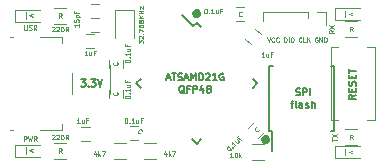
<source format=gbr>
G04 #@! TF.FileFunction,Legend,Top*
%FSLAX46Y46*%
G04 Gerber Fmt 4.6, Leading zero omitted, Abs format (unit mm)*
G04 Created by KiCad (PCBNEW 4.0.7) date 2017 December 25, Monday 22:32:58*
%MOMM*%
%LPD*%
G01*
G04 APERTURE LIST*
%ADD10C,0.100000*%
%ADD11C,0.150000*%
%ADD12C,0.200000*%
%ADD13C,0.095250*%
%ADD14C,0.120000*%
G04 APERTURE END LIST*
D10*
D11*
X124590285Y-104192429D02*
X124961714Y-104192429D01*
X124761714Y-104421000D01*
X124847428Y-104421000D01*
X124904571Y-104449571D01*
X124933142Y-104478143D01*
X124961714Y-104535286D01*
X124961714Y-104678143D01*
X124933142Y-104735286D01*
X124904571Y-104763857D01*
X124847428Y-104792429D01*
X124676000Y-104792429D01*
X124618857Y-104763857D01*
X124590285Y-104735286D01*
X125218857Y-104735286D02*
X125247429Y-104763857D01*
X125218857Y-104792429D01*
X125190286Y-104763857D01*
X125218857Y-104735286D01*
X125218857Y-104792429D01*
X125447428Y-104192429D02*
X125818857Y-104192429D01*
X125618857Y-104421000D01*
X125704571Y-104421000D01*
X125761714Y-104449571D01*
X125790285Y-104478143D01*
X125818857Y-104535286D01*
X125818857Y-104678143D01*
X125790285Y-104735286D01*
X125761714Y-104763857D01*
X125704571Y-104792429D01*
X125533143Y-104792429D01*
X125476000Y-104763857D01*
X125447428Y-104735286D01*
X125990286Y-104192429D02*
X126190286Y-104792429D01*
X126390286Y-104192429D01*
X142768715Y-105508857D02*
X142854429Y-105537429D01*
X142997286Y-105537429D01*
X143054429Y-105508857D01*
X143083000Y-105480286D01*
X143111572Y-105423143D01*
X143111572Y-105366000D01*
X143083000Y-105308857D01*
X143054429Y-105280286D01*
X142997286Y-105251714D01*
X142883000Y-105223143D01*
X142825858Y-105194571D01*
X142797286Y-105166000D01*
X142768715Y-105108857D01*
X142768715Y-105051714D01*
X142797286Y-104994571D01*
X142825858Y-104966000D01*
X142883000Y-104937429D01*
X143025858Y-104937429D01*
X143111572Y-104966000D01*
X143368715Y-105537429D02*
X143368715Y-104937429D01*
X143597287Y-104937429D01*
X143654429Y-104966000D01*
X143683001Y-104994571D01*
X143711572Y-105051714D01*
X143711572Y-105137429D01*
X143683001Y-105194571D01*
X143654429Y-105223143D01*
X143597287Y-105251714D01*
X143368715Y-105251714D01*
X143968715Y-105537429D02*
X143968715Y-104937429D01*
X142325858Y-106187429D02*
X142554429Y-106187429D01*
X142411572Y-106587429D02*
X142411572Y-106073143D01*
X142440144Y-106016000D01*
X142497286Y-105987429D01*
X142554429Y-105987429D01*
X142840143Y-106587429D02*
X142783001Y-106558857D01*
X142754429Y-106501714D01*
X142754429Y-105987429D01*
X143325858Y-106587429D02*
X143325858Y-106273143D01*
X143297287Y-106216000D01*
X143240144Y-106187429D01*
X143125858Y-106187429D01*
X143068715Y-106216000D01*
X143325858Y-106558857D02*
X143268715Y-106587429D01*
X143125858Y-106587429D01*
X143068715Y-106558857D01*
X143040144Y-106501714D01*
X143040144Y-106444571D01*
X143068715Y-106387429D01*
X143125858Y-106358857D01*
X143268715Y-106358857D01*
X143325858Y-106330286D01*
X143583001Y-106558857D02*
X143640144Y-106587429D01*
X143754429Y-106587429D01*
X143811572Y-106558857D01*
X143840144Y-106501714D01*
X143840144Y-106473143D01*
X143811572Y-106416000D01*
X143754429Y-106387429D01*
X143668715Y-106387429D01*
X143611572Y-106358857D01*
X143583001Y-106301714D01*
X143583001Y-106273143D01*
X143611572Y-106216000D01*
X143668715Y-106187429D01*
X143754429Y-106187429D01*
X143811572Y-106216000D01*
X144097286Y-106587429D02*
X144097286Y-105987429D01*
X144354429Y-106587429D02*
X144354429Y-106273143D01*
X144325858Y-106216000D01*
X144268715Y-106187429D01*
X144183000Y-106187429D01*
X144125858Y-106216000D01*
X144097286Y-106244571D01*
X131810428Y-104096000D02*
X132096142Y-104096000D01*
X131753285Y-104267429D02*
X131953285Y-103667429D01*
X132153285Y-104267429D01*
X132267571Y-103667429D02*
X132610428Y-103667429D01*
X132438999Y-104267429D02*
X132438999Y-103667429D01*
X132781857Y-104238857D02*
X132867571Y-104267429D01*
X133010428Y-104267429D01*
X133067571Y-104238857D01*
X133096142Y-104210286D01*
X133124714Y-104153143D01*
X133124714Y-104096000D01*
X133096142Y-104038857D01*
X133067571Y-104010286D01*
X133010428Y-103981714D01*
X132896142Y-103953143D01*
X132839000Y-103924571D01*
X132810428Y-103896000D01*
X132781857Y-103838857D01*
X132781857Y-103781714D01*
X132810428Y-103724571D01*
X132839000Y-103696000D01*
X132896142Y-103667429D01*
X133039000Y-103667429D01*
X133124714Y-103696000D01*
X133353286Y-104096000D02*
X133639000Y-104096000D01*
X133296143Y-104267429D02*
X133496143Y-103667429D01*
X133696143Y-104267429D01*
X133896143Y-104267429D02*
X133896143Y-103667429D01*
X134096143Y-104096000D01*
X134296143Y-103667429D01*
X134296143Y-104267429D01*
X134581857Y-104267429D02*
X134581857Y-103667429D01*
X134724714Y-103667429D01*
X134810429Y-103696000D01*
X134867571Y-103753143D01*
X134896143Y-103810286D01*
X134924714Y-103924571D01*
X134924714Y-104010286D01*
X134896143Y-104124571D01*
X134867571Y-104181714D01*
X134810429Y-104238857D01*
X134724714Y-104267429D01*
X134581857Y-104267429D01*
X135153286Y-103724571D02*
X135181857Y-103696000D01*
X135239000Y-103667429D01*
X135381857Y-103667429D01*
X135439000Y-103696000D01*
X135467571Y-103724571D01*
X135496143Y-103781714D01*
X135496143Y-103838857D01*
X135467571Y-103924571D01*
X135124714Y-104267429D01*
X135496143Y-104267429D01*
X136067572Y-104267429D02*
X135724715Y-104267429D01*
X135896143Y-104267429D02*
X135896143Y-103667429D01*
X135839000Y-103753143D01*
X135781858Y-103810286D01*
X135724715Y-103838857D01*
X136639001Y-103696000D02*
X136581858Y-103667429D01*
X136496144Y-103667429D01*
X136410429Y-103696000D01*
X136353287Y-103753143D01*
X136324715Y-103810286D01*
X136296144Y-103924571D01*
X136296144Y-104010286D01*
X136324715Y-104124571D01*
X136353287Y-104181714D01*
X136410429Y-104238857D01*
X136496144Y-104267429D01*
X136553287Y-104267429D01*
X136639001Y-104238857D01*
X136667572Y-104210286D01*
X136667572Y-104010286D01*
X136553287Y-104010286D01*
X133339000Y-105374571D02*
X133281857Y-105346000D01*
X133224714Y-105288857D01*
X133139000Y-105203143D01*
X133081857Y-105174571D01*
X133024714Y-105174571D01*
X133053286Y-105317429D02*
X132996143Y-105288857D01*
X132939000Y-105231714D01*
X132910429Y-105117429D01*
X132910429Y-104917429D01*
X132939000Y-104803143D01*
X132996143Y-104746000D01*
X133053286Y-104717429D01*
X133167572Y-104717429D01*
X133224714Y-104746000D01*
X133281857Y-104803143D01*
X133310429Y-104917429D01*
X133310429Y-105117429D01*
X133281857Y-105231714D01*
X133224714Y-105288857D01*
X133167572Y-105317429D01*
X133053286Y-105317429D01*
X133767571Y-105003143D02*
X133567571Y-105003143D01*
X133567571Y-105317429D02*
X133567571Y-104717429D01*
X133853285Y-104717429D01*
X134081857Y-105317429D02*
X134081857Y-104717429D01*
X134310429Y-104717429D01*
X134367571Y-104746000D01*
X134396143Y-104774571D01*
X134424714Y-104831714D01*
X134424714Y-104917429D01*
X134396143Y-104974571D01*
X134367571Y-105003143D01*
X134310429Y-105031714D01*
X134081857Y-105031714D01*
X134939000Y-104917429D02*
X134939000Y-105317429D01*
X134796143Y-104688857D02*
X134653286Y-105117429D01*
X135024714Y-105117429D01*
X135339000Y-104974571D02*
X135281858Y-104946000D01*
X135253286Y-104917429D01*
X135224715Y-104860286D01*
X135224715Y-104831714D01*
X135253286Y-104774571D01*
X135281858Y-104746000D01*
X135339000Y-104717429D01*
X135453286Y-104717429D01*
X135510429Y-104746000D01*
X135539000Y-104774571D01*
X135567572Y-104831714D01*
X135567572Y-104860286D01*
X135539000Y-104917429D01*
X135510429Y-104946000D01*
X135453286Y-104974571D01*
X135339000Y-104974571D01*
X135281858Y-105003143D01*
X135253286Y-105031714D01*
X135224715Y-105088857D01*
X135224715Y-105203143D01*
X135253286Y-105260286D01*
X135281858Y-105288857D01*
X135339000Y-105317429D01*
X135453286Y-105317429D01*
X135510429Y-105288857D01*
X135539000Y-105260286D01*
X135567572Y-105203143D01*
X135567572Y-105088857D01*
X135539000Y-105031714D01*
X135510429Y-105003143D01*
X135453286Y-104974571D01*
D12*
X139941333Y-109124762D02*
X139941333Y-109429524D01*
X139979429Y-109467619D02*
X140131810Y-109581905D01*
X139979429Y-109086667D02*
X140131810Y-108972381D01*
X139979429Y-109048571D02*
X139979429Y-109505714D01*
X140017524Y-109505714D02*
X140017524Y-109048571D01*
X140055619Y-109010476D02*
X140055619Y-109543810D01*
X140093714Y-109543810D02*
X140093714Y-109010476D01*
X140131810Y-108972381D02*
X140131810Y-109581905D01*
X140169905Y-109581905D02*
X140169905Y-108972381D01*
X140208000Y-108972381D02*
X140208000Y-109581905D01*
X140246095Y-109581905D02*
X140246095Y-108972381D01*
X140284191Y-109581905D02*
X140436572Y-109467619D01*
X140284191Y-108972381D02*
X140284191Y-109581905D01*
X140284191Y-108972381D02*
X140436572Y-109086667D01*
X140322286Y-109543810D02*
X140322286Y-109010476D01*
X140360381Y-109010476D02*
X140360381Y-109543810D01*
X140398476Y-109505714D02*
X140398476Y-109048571D01*
X140436572Y-109048571D02*
X140436572Y-109505714D01*
X140474667Y-109429524D02*
X140474667Y-109124762D01*
X140131810Y-108972381D02*
X140284191Y-108972381D01*
X140436572Y-109048571D01*
X140512762Y-109200952D01*
X140512762Y-109353333D01*
X140436572Y-109505714D01*
X140284191Y-109581905D01*
X140131810Y-109581905D01*
X139979429Y-109505714D01*
X139903238Y-109353333D01*
X139903238Y-109200952D01*
X139979429Y-109048571D01*
X140131810Y-108972381D01*
D10*
X136921440Y-109910779D02*
X136948377Y-109883842D01*
X136988784Y-109870374D01*
X137015721Y-109870374D01*
X137056127Y-109883843D01*
X137123470Y-109924248D01*
X137190814Y-109991592D01*
X137231220Y-110058936D01*
X137244689Y-110099341D01*
X137244689Y-110126279D01*
X137231220Y-110166685D01*
X137204283Y-110193622D01*
X137163877Y-110207092D01*
X137136939Y-110207091D01*
X137096533Y-110193623D01*
X137029189Y-110153216D01*
X136961846Y-110085873D01*
X136921440Y-110018530D01*
X136907972Y-109978123D01*
X136907971Y-109951186D01*
X136921440Y-109910779D01*
X137392844Y-109951186D02*
X137419782Y-109951186D01*
X137419781Y-109978123D01*
X137392844Y-109978124D01*
X137392844Y-109951186D01*
X137419781Y-109978123D01*
X137702624Y-109695281D02*
X137540999Y-109856905D01*
X137621812Y-109776093D02*
X137338969Y-109493250D01*
X137352438Y-109560594D01*
X137352438Y-109614468D01*
X137338969Y-109654875D01*
X137756499Y-109264283D02*
X137945061Y-109452844D01*
X137635281Y-109385501D02*
X137783437Y-109533657D01*
X137823843Y-109547126D01*
X137864248Y-109533657D01*
X137904654Y-109493250D01*
X137918123Y-109452845D01*
X137918123Y-109425907D01*
X138025873Y-109075721D02*
X137931592Y-109170002D01*
X138079747Y-109318157D02*
X137796905Y-109035315D01*
X137931592Y-108900628D01*
X135105858Y-98205952D02*
X135143953Y-98205952D01*
X135182048Y-98225000D01*
X135201096Y-98244048D01*
X135220143Y-98282143D01*
X135239191Y-98358333D01*
X135239191Y-98453571D01*
X135220143Y-98529762D01*
X135201096Y-98567857D01*
X135182048Y-98586905D01*
X135143953Y-98605952D01*
X135105858Y-98605952D01*
X135067762Y-98586905D01*
X135048715Y-98567857D01*
X135029667Y-98529762D01*
X135010619Y-98453571D01*
X135010619Y-98358333D01*
X135029667Y-98282143D01*
X135048715Y-98244048D01*
X135067762Y-98225000D01*
X135105858Y-98205952D01*
X135410619Y-98567857D02*
X135429667Y-98586905D01*
X135410619Y-98605952D01*
X135391571Y-98586905D01*
X135410619Y-98567857D01*
X135410619Y-98605952D01*
X135810619Y-98605952D02*
X135582047Y-98605952D01*
X135696333Y-98605952D02*
X135696333Y-98205952D01*
X135658238Y-98263095D01*
X135620143Y-98301190D01*
X135582047Y-98320238D01*
X136153476Y-98339286D02*
X136153476Y-98605952D01*
X135982047Y-98339286D02*
X135982047Y-98548810D01*
X136001095Y-98586905D01*
X136039190Y-98605952D01*
X136096333Y-98605952D01*
X136134428Y-98586905D01*
X136153476Y-98567857D01*
X136477285Y-98396429D02*
X136343952Y-98396429D01*
X136343952Y-98605952D02*
X136343952Y-98205952D01*
X136534428Y-98205952D01*
X128304952Y-105686142D02*
X128304952Y-105648047D01*
X128324000Y-105609952D01*
X128343048Y-105590904D01*
X128381143Y-105571857D01*
X128457333Y-105552809D01*
X128552571Y-105552809D01*
X128628762Y-105571857D01*
X128666857Y-105590904D01*
X128685905Y-105609952D01*
X128704952Y-105648047D01*
X128704952Y-105686142D01*
X128685905Y-105724238D01*
X128666857Y-105743285D01*
X128628762Y-105762333D01*
X128552571Y-105781381D01*
X128457333Y-105781381D01*
X128381143Y-105762333D01*
X128343048Y-105743285D01*
X128324000Y-105724238D01*
X128304952Y-105686142D01*
X128666857Y-105381381D02*
X128685905Y-105362333D01*
X128704952Y-105381381D01*
X128685905Y-105400429D01*
X128666857Y-105381381D01*
X128704952Y-105381381D01*
X128704952Y-104981381D02*
X128704952Y-105209953D01*
X128704952Y-105095667D02*
X128304952Y-105095667D01*
X128362095Y-105133762D01*
X128400190Y-105171857D01*
X128419238Y-105209953D01*
X128438286Y-104638524D02*
X128704952Y-104638524D01*
X128438286Y-104809953D02*
X128647810Y-104809953D01*
X128685905Y-104790905D01*
X128704952Y-104752810D01*
X128704952Y-104695667D01*
X128685905Y-104657572D01*
X128666857Y-104638524D01*
X128495429Y-104314715D02*
X128495429Y-104448048D01*
X128704952Y-104448048D02*
X128304952Y-104448048D01*
X128304952Y-104257572D01*
X128304952Y-102638142D02*
X128304952Y-102600047D01*
X128324000Y-102561952D01*
X128343048Y-102542904D01*
X128381143Y-102523857D01*
X128457333Y-102504809D01*
X128552571Y-102504809D01*
X128628762Y-102523857D01*
X128666857Y-102542904D01*
X128685905Y-102561952D01*
X128704952Y-102600047D01*
X128704952Y-102638142D01*
X128685905Y-102676238D01*
X128666857Y-102695285D01*
X128628762Y-102714333D01*
X128552571Y-102733381D01*
X128457333Y-102733381D01*
X128381143Y-102714333D01*
X128343048Y-102695285D01*
X128324000Y-102676238D01*
X128304952Y-102638142D01*
X128666857Y-102333381D02*
X128685905Y-102314333D01*
X128704952Y-102333381D01*
X128685905Y-102352429D01*
X128666857Y-102333381D01*
X128704952Y-102333381D01*
X128704952Y-101933381D02*
X128704952Y-102161953D01*
X128704952Y-102047667D02*
X128304952Y-102047667D01*
X128362095Y-102085762D01*
X128400190Y-102123857D01*
X128419238Y-102161953D01*
X128438286Y-101590524D02*
X128704952Y-101590524D01*
X128438286Y-101761953D02*
X128647810Y-101761953D01*
X128685905Y-101742905D01*
X128704952Y-101704810D01*
X128704952Y-101647667D01*
X128685905Y-101609572D01*
X128666857Y-101590524D01*
X128495429Y-101266715D02*
X128495429Y-101400048D01*
X128704952Y-101400048D02*
X128304952Y-101400048D01*
X128304952Y-101209572D01*
X129447952Y-101129904D02*
X129447952Y-100882285D01*
X129600333Y-101015618D01*
X129600333Y-100958476D01*
X129619381Y-100920380D01*
X129638429Y-100901333D01*
X129676524Y-100882285D01*
X129771762Y-100882285D01*
X129809857Y-100901333D01*
X129828905Y-100920380D01*
X129847952Y-100958476D01*
X129847952Y-101072761D01*
X129828905Y-101110857D01*
X129809857Y-101129904D01*
X129486048Y-100729905D02*
X129467000Y-100710857D01*
X129447952Y-100672762D01*
X129447952Y-100577524D01*
X129467000Y-100539428D01*
X129486048Y-100520381D01*
X129524143Y-100501333D01*
X129562238Y-100501333D01*
X129619381Y-100520381D01*
X129847952Y-100748952D01*
X129847952Y-100501333D01*
X129809857Y-100329905D02*
X129828905Y-100310857D01*
X129847952Y-100329905D01*
X129828905Y-100348953D01*
X129809857Y-100329905D01*
X129847952Y-100329905D01*
X129447952Y-100177524D02*
X129447952Y-99910857D01*
X129847952Y-100082286D01*
X129447952Y-99587048D02*
X129447952Y-99663239D01*
X129467000Y-99701334D01*
X129486048Y-99720382D01*
X129543190Y-99758477D01*
X129619381Y-99777525D01*
X129771762Y-99777525D01*
X129809857Y-99758477D01*
X129828905Y-99739429D01*
X129847952Y-99701334D01*
X129847952Y-99625144D01*
X129828905Y-99587048D01*
X129809857Y-99568001D01*
X129771762Y-99548953D01*
X129676524Y-99548953D01*
X129638429Y-99568001D01*
X129619381Y-99587048D01*
X129600333Y-99625144D01*
X129600333Y-99701334D01*
X129619381Y-99739429D01*
X129638429Y-99758477D01*
X129676524Y-99777525D01*
X129619381Y-99320382D02*
X129600333Y-99358477D01*
X129581286Y-99377525D01*
X129543190Y-99396573D01*
X129524143Y-99396573D01*
X129486048Y-99377525D01*
X129467000Y-99358477D01*
X129447952Y-99320382D01*
X129447952Y-99244192D01*
X129467000Y-99206096D01*
X129486048Y-99187049D01*
X129524143Y-99168001D01*
X129543190Y-99168001D01*
X129581286Y-99187049D01*
X129600333Y-99206096D01*
X129619381Y-99244192D01*
X129619381Y-99320382D01*
X129638429Y-99358477D01*
X129657476Y-99377525D01*
X129695571Y-99396573D01*
X129771762Y-99396573D01*
X129809857Y-99377525D01*
X129828905Y-99358477D01*
X129847952Y-99320382D01*
X129847952Y-99244192D01*
X129828905Y-99206096D01*
X129809857Y-99187049D01*
X129771762Y-99168001D01*
X129695571Y-99168001D01*
X129657476Y-99187049D01*
X129638429Y-99206096D01*
X129619381Y-99244192D01*
X129847952Y-98996573D02*
X129447952Y-98996573D01*
X129847952Y-98768001D02*
X129619381Y-98939430D01*
X129447952Y-98768001D02*
X129676524Y-98996573D01*
X129847952Y-98596573D02*
X129447952Y-98596573D01*
X129638429Y-98596573D02*
X129638429Y-98368001D01*
X129847952Y-98368001D02*
X129447952Y-98368001D01*
X129581286Y-98215620D02*
X129581286Y-98006096D01*
X129847952Y-98215620D01*
X129847952Y-98006096D01*
X145830952Y-109397762D02*
X145830952Y-109169190D01*
X146230952Y-109283476D02*
X145830952Y-109283476D01*
X145830952Y-109073952D02*
X146230952Y-108807285D01*
X145830952Y-108807285D02*
X146230952Y-109073952D01*
X145976952Y-100015666D02*
X145786476Y-100149000D01*
X145976952Y-100244238D02*
X145576952Y-100244238D01*
X145576952Y-100091857D01*
X145596000Y-100053762D01*
X145615048Y-100034714D01*
X145653143Y-100015666D01*
X145710286Y-100015666D01*
X145748381Y-100034714D01*
X145767429Y-100053762D01*
X145786476Y-100091857D01*
X145786476Y-100244238D01*
X145576952Y-99882333D02*
X145976952Y-99615666D01*
X145576952Y-99615666D02*
X145976952Y-99882333D01*
D13*
X147519571Y-98760643D02*
X147229285Y-98651786D01*
X147519571Y-98542929D01*
X146957142Y-98379643D02*
X146957142Y-98923929D01*
X147519571Y-110444643D02*
X147229285Y-110335786D01*
X147519571Y-110226929D01*
X146957142Y-110063643D02*
X146957142Y-110607929D01*
X120468571Y-110317643D02*
X120178285Y-110208786D01*
X120468571Y-110099929D01*
X119906142Y-109936643D02*
X119906142Y-110480929D01*
X127644071Y-102752071D02*
X127662214Y-102770214D01*
X127680357Y-102824643D01*
X127680357Y-102860929D01*
X127662214Y-102915357D01*
X127625929Y-102951643D01*
X127589643Y-102969786D01*
X127517071Y-102987929D01*
X127462643Y-102987929D01*
X127390071Y-102969786D01*
X127353786Y-102951643D01*
X127317500Y-102915357D01*
X127299357Y-102860929D01*
X127299357Y-102824643D01*
X127317500Y-102770214D01*
X127335643Y-102752071D01*
X127644071Y-105292071D02*
X127662214Y-105310214D01*
X127680357Y-105364643D01*
X127680357Y-105400929D01*
X127662214Y-105455357D01*
X127625929Y-105491643D01*
X127589643Y-105509786D01*
X127517071Y-105527929D01*
X127462643Y-105527929D01*
X127390071Y-105509786D01*
X127353786Y-105491643D01*
X127317500Y-105455357D01*
X127299357Y-105400929D01*
X127299357Y-105364643D01*
X127317500Y-105310214D01*
X127335643Y-105292071D01*
X129527172Y-108764605D02*
X129501514Y-108764605D01*
X129450197Y-108738947D01*
X129424539Y-108713289D01*
X129398882Y-108661974D01*
X129398881Y-108610658D01*
X129411710Y-108572171D01*
X129450197Y-108508026D01*
X129488684Y-108469539D01*
X129552829Y-108431052D01*
X129591315Y-108418224D01*
X129642632Y-108418224D01*
X129693947Y-108443881D01*
X129719605Y-108469539D01*
X129745263Y-108520856D01*
X129745263Y-108546514D01*
D10*
X137429905Y-110797952D02*
X137201333Y-110797952D01*
X137315619Y-110797952D02*
X137315619Y-110397952D01*
X137277524Y-110455095D01*
X137239429Y-110493190D01*
X137201333Y-110512238D01*
X137677524Y-110397952D02*
X137715619Y-110397952D01*
X137753714Y-110417000D01*
X137772762Y-110436048D01*
X137791809Y-110474143D01*
X137810857Y-110550333D01*
X137810857Y-110645571D01*
X137791809Y-110721762D01*
X137772762Y-110759857D01*
X137753714Y-110778905D01*
X137715619Y-110797952D01*
X137677524Y-110797952D01*
X137639428Y-110778905D01*
X137620381Y-110759857D01*
X137601333Y-110721762D01*
X137582285Y-110645571D01*
X137582285Y-110550333D01*
X137601333Y-110474143D01*
X137620381Y-110436048D01*
X137639428Y-110417000D01*
X137677524Y-110397952D01*
X137982285Y-110797952D02*
X137982285Y-110397952D01*
X138020380Y-110645571D02*
X138134666Y-110797952D01*
X138134666Y-110531286D02*
X137982285Y-110683667D01*
D13*
X139625605Y-108470828D02*
X139625605Y-108496486D01*
X139599947Y-108547803D01*
X139574289Y-108573461D01*
X139522974Y-108599118D01*
X139471658Y-108599119D01*
X139433171Y-108586290D01*
X139369026Y-108547803D01*
X139330539Y-108509316D01*
X139292052Y-108445171D01*
X139279224Y-108406685D01*
X139279224Y-108355368D01*
X139304881Y-108304053D01*
X139330539Y-108278395D01*
X139381856Y-108252737D01*
X139407514Y-108252737D01*
D10*
X140096905Y-102288952D02*
X139868333Y-102288952D01*
X139982619Y-102288952D02*
X139982619Y-101888952D01*
X139944524Y-101946095D01*
X139906429Y-101984190D01*
X139868333Y-102003238D01*
X140439762Y-102022286D02*
X140439762Y-102288952D01*
X140268333Y-102022286D02*
X140268333Y-102231810D01*
X140287381Y-102269905D01*
X140325476Y-102288952D01*
X140382619Y-102288952D01*
X140420714Y-102269905D01*
X140439762Y-102250857D01*
X140763571Y-102079429D02*
X140630238Y-102079429D01*
X140630238Y-102288952D02*
X140630238Y-101888952D01*
X140820714Y-101888952D01*
X122113762Y-108912048D02*
X122132810Y-108893000D01*
X122170905Y-108873952D01*
X122266143Y-108873952D01*
X122304239Y-108893000D01*
X122323286Y-108912048D01*
X122342334Y-108950143D01*
X122342334Y-108988238D01*
X122323286Y-109045381D01*
X122094715Y-109273952D01*
X122342334Y-109273952D01*
X122494714Y-108912048D02*
X122513762Y-108893000D01*
X122551857Y-108873952D01*
X122647095Y-108873952D01*
X122685191Y-108893000D01*
X122704238Y-108912048D01*
X122723286Y-108950143D01*
X122723286Y-108988238D01*
X122704238Y-109045381D01*
X122475667Y-109273952D01*
X122723286Y-109273952D01*
X122970905Y-108873952D02*
X123009000Y-108873952D01*
X123047095Y-108893000D01*
X123066143Y-108912048D01*
X123085190Y-108950143D01*
X123104238Y-109026333D01*
X123104238Y-109121571D01*
X123085190Y-109197762D01*
X123066143Y-109235857D01*
X123047095Y-109254905D01*
X123009000Y-109273952D01*
X122970905Y-109273952D01*
X122932809Y-109254905D01*
X122913762Y-109235857D01*
X122894714Y-109197762D01*
X122875666Y-109121571D01*
X122875666Y-109026333D01*
X122894714Y-108950143D01*
X122913762Y-108912048D01*
X122932809Y-108893000D01*
X122970905Y-108873952D01*
X123504238Y-109273952D02*
X123370904Y-109083476D01*
X123275666Y-109273952D02*
X123275666Y-108873952D01*
X123428047Y-108873952D01*
X123466142Y-108893000D01*
X123485190Y-108912048D01*
X123504238Y-108950143D01*
X123504238Y-109007286D01*
X123485190Y-109045381D01*
X123466142Y-109064429D01*
X123428047Y-109083476D01*
X123275666Y-109083476D01*
X147570810Y-100129952D02*
X147437476Y-99939476D01*
X147342238Y-100129952D02*
X147342238Y-99729952D01*
X147494619Y-99729952D01*
X147532714Y-99749000D01*
X147551762Y-99768048D01*
X147570810Y-99806143D01*
X147570810Y-99863286D01*
X147551762Y-99901381D01*
X147532714Y-99920429D01*
X147494619Y-99939476D01*
X147342238Y-99939476D01*
X147570810Y-109273952D02*
X147437476Y-109083476D01*
X147342238Y-109273952D02*
X147342238Y-108873952D01*
X147494619Y-108873952D01*
X147532714Y-108893000D01*
X147551762Y-108912048D01*
X147570810Y-108950143D01*
X147570810Y-109007286D01*
X147551762Y-109045381D01*
X147532714Y-109064429D01*
X147494619Y-109083476D01*
X147342238Y-109083476D01*
X122932810Y-98986952D02*
X122799476Y-98796476D01*
X122704238Y-98986952D02*
X122704238Y-98586952D01*
X122856619Y-98586952D01*
X122894714Y-98606000D01*
X122913762Y-98625048D01*
X122932810Y-98663143D01*
X122932810Y-98720286D01*
X122913762Y-98758381D01*
X122894714Y-98777429D01*
X122856619Y-98796476D01*
X122704238Y-98796476D01*
X122932810Y-110416952D02*
X122799476Y-110226476D01*
X122704238Y-110416952D02*
X122704238Y-110016952D01*
X122856619Y-110016952D01*
X122894714Y-110036000D01*
X122913762Y-110055048D01*
X122932810Y-110093143D01*
X122932810Y-110150286D01*
X122913762Y-110188381D01*
X122894714Y-110207429D01*
X122856619Y-110226476D01*
X122704238Y-110226476D01*
D13*
X138166929Y-98815071D02*
X138148786Y-98833214D01*
X138094357Y-98851357D01*
X138058071Y-98851357D01*
X138003643Y-98833214D01*
X137967357Y-98796929D01*
X137949214Y-98760643D01*
X137931071Y-98688071D01*
X137931071Y-98633643D01*
X137949214Y-98561071D01*
X137967357Y-98524786D01*
X138003643Y-98488500D01*
X138058071Y-98470357D01*
X138094357Y-98470357D01*
X138148786Y-98488500D01*
X138166929Y-98506643D01*
D10*
X119735667Y-109400952D02*
X119735667Y-109000952D01*
X119888048Y-109000952D01*
X119926143Y-109020000D01*
X119945191Y-109039048D01*
X119964239Y-109077143D01*
X119964239Y-109134286D01*
X119945191Y-109172381D01*
X119926143Y-109191429D01*
X119888048Y-109210476D01*
X119735667Y-109210476D01*
X120097572Y-109000952D02*
X120192810Y-109400952D01*
X120269000Y-109115238D01*
X120345191Y-109400952D01*
X120440429Y-109000952D01*
X120821382Y-109400952D02*
X120688048Y-109210476D01*
X120592810Y-109400952D02*
X120592810Y-109000952D01*
X120745191Y-109000952D01*
X120783286Y-109020000D01*
X120802334Y-109039048D01*
X120821382Y-109077143D01*
X120821382Y-109134286D01*
X120802334Y-109172381D01*
X120783286Y-109191429D01*
X120745191Y-109210476D01*
X120592810Y-109210476D01*
D11*
X147845429Y-105479572D02*
X147559714Y-105679572D01*
X147845429Y-105822429D02*
X147245429Y-105822429D01*
X147245429Y-105593857D01*
X147274000Y-105536715D01*
X147302571Y-105508143D01*
X147359714Y-105479572D01*
X147445429Y-105479572D01*
X147502571Y-105508143D01*
X147531143Y-105536715D01*
X147559714Y-105593857D01*
X147559714Y-105822429D01*
X147531143Y-105222429D02*
X147531143Y-105022429D01*
X147845429Y-104936715D02*
X147845429Y-105222429D01*
X147245429Y-105222429D01*
X147245429Y-104936715D01*
X147816857Y-104708143D02*
X147845429Y-104622429D01*
X147845429Y-104479572D01*
X147816857Y-104422429D01*
X147788286Y-104393858D01*
X147731143Y-104365286D01*
X147674000Y-104365286D01*
X147616857Y-104393858D01*
X147588286Y-104422429D01*
X147559714Y-104479572D01*
X147531143Y-104593858D01*
X147502571Y-104651000D01*
X147474000Y-104679572D01*
X147416857Y-104708143D01*
X147359714Y-104708143D01*
X147302571Y-104679572D01*
X147274000Y-104651000D01*
X147245429Y-104593858D01*
X147245429Y-104451000D01*
X147274000Y-104365286D01*
X147531143Y-104108143D02*
X147531143Y-103908143D01*
X147845429Y-103822429D02*
X147845429Y-104108143D01*
X147245429Y-104108143D01*
X147245429Y-103822429D01*
X147245429Y-103651000D02*
X147245429Y-103308143D01*
X147845429Y-103479572D02*
X147245429Y-103479572D01*
D10*
X122113762Y-99768048D02*
X122132810Y-99749000D01*
X122170905Y-99729952D01*
X122266143Y-99729952D01*
X122304239Y-99749000D01*
X122323286Y-99768048D01*
X122342334Y-99806143D01*
X122342334Y-99844238D01*
X122323286Y-99901381D01*
X122094715Y-100129952D01*
X122342334Y-100129952D01*
X122494714Y-99768048D02*
X122513762Y-99749000D01*
X122551857Y-99729952D01*
X122647095Y-99729952D01*
X122685191Y-99749000D01*
X122704238Y-99768048D01*
X122723286Y-99806143D01*
X122723286Y-99844238D01*
X122704238Y-99901381D01*
X122475667Y-100129952D01*
X122723286Y-100129952D01*
X122970905Y-99729952D02*
X123009000Y-99729952D01*
X123047095Y-99749000D01*
X123066143Y-99768048D01*
X123085190Y-99806143D01*
X123104238Y-99882333D01*
X123104238Y-99977571D01*
X123085190Y-100053762D01*
X123066143Y-100091857D01*
X123047095Y-100110905D01*
X123009000Y-100129952D01*
X122970905Y-100129952D01*
X122932809Y-100110905D01*
X122913762Y-100091857D01*
X122894714Y-100053762D01*
X122875666Y-99977571D01*
X122875666Y-99882333D01*
X122894714Y-99806143D01*
X122913762Y-99768048D01*
X122932809Y-99749000D01*
X122970905Y-99729952D01*
X123504238Y-100129952D02*
X123370904Y-99939476D01*
X123275666Y-100129952D02*
X123275666Y-99729952D01*
X123428047Y-99729952D01*
X123466142Y-99749000D01*
X123485190Y-99768048D01*
X123504238Y-99806143D01*
X123504238Y-99863286D01*
X123485190Y-99901381D01*
X123466142Y-99920429D01*
X123428047Y-99939476D01*
X123275666Y-99939476D01*
X124475905Y-107876952D02*
X124247333Y-107876952D01*
X124361619Y-107876952D02*
X124361619Y-107476952D01*
X124323524Y-107534095D01*
X124285429Y-107572190D01*
X124247333Y-107591238D01*
X124818762Y-107610286D02*
X124818762Y-107876952D01*
X124647333Y-107610286D02*
X124647333Y-107819810D01*
X124666381Y-107857905D01*
X124704476Y-107876952D01*
X124761619Y-107876952D01*
X124799714Y-107857905D01*
X124818762Y-107838857D01*
X125142571Y-107667429D02*
X125009238Y-107667429D01*
X125009238Y-107876952D02*
X125009238Y-107476952D01*
X125199714Y-107476952D01*
X128374858Y-107476952D02*
X128412953Y-107476952D01*
X128451048Y-107496000D01*
X128470096Y-107515048D01*
X128489143Y-107553143D01*
X128508191Y-107629333D01*
X128508191Y-107724571D01*
X128489143Y-107800762D01*
X128470096Y-107838857D01*
X128451048Y-107857905D01*
X128412953Y-107876952D01*
X128374858Y-107876952D01*
X128336762Y-107857905D01*
X128317715Y-107838857D01*
X128298667Y-107800762D01*
X128279619Y-107724571D01*
X128279619Y-107629333D01*
X128298667Y-107553143D01*
X128317715Y-107515048D01*
X128336762Y-107496000D01*
X128374858Y-107476952D01*
X128679619Y-107838857D02*
X128698667Y-107857905D01*
X128679619Y-107876952D01*
X128660571Y-107857905D01*
X128679619Y-107838857D01*
X128679619Y-107876952D01*
X129079619Y-107876952D02*
X128851047Y-107876952D01*
X128965333Y-107876952D02*
X128965333Y-107476952D01*
X128927238Y-107534095D01*
X128889143Y-107572190D01*
X128851047Y-107591238D01*
X129422476Y-107610286D02*
X129422476Y-107876952D01*
X129251047Y-107610286D02*
X129251047Y-107819810D01*
X129270095Y-107857905D01*
X129308190Y-107876952D01*
X129365333Y-107876952D01*
X129403428Y-107857905D01*
X129422476Y-107838857D01*
X129746285Y-107667429D02*
X129612952Y-107667429D01*
X129612952Y-107876952D02*
X129612952Y-107476952D01*
X129803428Y-107476952D01*
X124386952Y-99488571D02*
X124386952Y-99717143D01*
X124386952Y-99602857D02*
X123986952Y-99602857D01*
X124044095Y-99640952D01*
X124082190Y-99679047D01*
X124101238Y-99717143D01*
X123986952Y-99126667D02*
X123986952Y-99317143D01*
X124177429Y-99336191D01*
X124158381Y-99317143D01*
X124139333Y-99279048D01*
X124139333Y-99183810D01*
X124158381Y-99145714D01*
X124177429Y-99126667D01*
X124215524Y-99107619D01*
X124310762Y-99107619D01*
X124348857Y-99126667D01*
X124367905Y-99145714D01*
X124386952Y-99183810D01*
X124386952Y-99279048D01*
X124367905Y-99317143D01*
X124348857Y-99336191D01*
X124120286Y-98936191D02*
X124520286Y-98936191D01*
X124139333Y-98936191D02*
X124120286Y-98898096D01*
X124120286Y-98821905D01*
X124139333Y-98783810D01*
X124158381Y-98764762D01*
X124196476Y-98745715D01*
X124310762Y-98745715D01*
X124348857Y-98764762D01*
X124367905Y-98783810D01*
X124386952Y-98821905D01*
X124386952Y-98898096D01*
X124367905Y-98936191D01*
X124177429Y-98440953D02*
X124177429Y-98574286D01*
X124386952Y-98574286D02*
X123986952Y-98574286D01*
X123986952Y-98383810D01*
X125110905Y-102161952D02*
X124882333Y-102161952D01*
X124996619Y-102161952D02*
X124996619Y-101761952D01*
X124958524Y-101819095D01*
X124920429Y-101857190D01*
X124882333Y-101876238D01*
X125453762Y-101895286D02*
X125453762Y-102161952D01*
X125282333Y-101895286D02*
X125282333Y-102104810D01*
X125301381Y-102142905D01*
X125339476Y-102161952D01*
X125396619Y-102161952D01*
X125434714Y-102142905D01*
X125453762Y-102123857D01*
X125777571Y-101952429D02*
X125644238Y-101952429D01*
X125644238Y-102161952D02*
X125644238Y-101761952D01*
X125834714Y-101761952D01*
D12*
X134099333Y-98456762D02*
X134099333Y-98761524D01*
X134137429Y-98799619D02*
X134289810Y-98913905D01*
X134137429Y-98418667D02*
X134289810Y-98304381D01*
X134137429Y-98380571D02*
X134137429Y-98837714D01*
X134175524Y-98837714D02*
X134175524Y-98380571D01*
X134213619Y-98342476D02*
X134213619Y-98875810D01*
X134251714Y-98875810D02*
X134251714Y-98342476D01*
X134289810Y-98304381D02*
X134289810Y-98913905D01*
X134327905Y-98913905D02*
X134327905Y-98304381D01*
X134366000Y-98304381D02*
X134366000Y-98913905D01*
X134404095Y-98913905D02*
X134404095Y-98304381D01*
X134442191Y-98913905D02*
X134594572Y-98799619D01*
X134442191Y-98304381D02*
X134442191Y-98913905D01*
X134442191Y-98304381D02*
X134594572Y-98418667D01*
X134480286Y-98875810D02*
X134480286Y-98342476D01*
X134518381Y-98342476D02*
X134518381Y-98875810D01*
X134556476Y-98837714D02*
X134556476Y-98380571D01*
X134594572Y-98380571D02*
X134594572Y-98837714D01*
X134632667Y-98761524D02*
X134632667Y-98456762D01*
X134289810Y-98304381D02*
X134442191Y-98304381D01*
X134594572Y-98380571D01*
X134670762Y-98532952D01*
X134670762Y-98685333D01*
X134594572Y-98837714D01*
X134442191Y-98913905D01*
X134289810Y-98913905D01*
X134137429Y-98837714D01*
X134061238Y-98685333D01*
X134061238Y-98532952D01*
X134137429Y-98380571D01*
X134289810Y-98304381D01*
D13*
X140335000Y-100629357D02*
X140462000Y-101010357D01*
X140589000Y-100629357D01*
X140933714Y-100974071D02*
X140915571Y-100992214D01*
X140861142Y-101010357D01*
X140824856Y-101010357D01*
X140770428Y-100992214D01*
X140734142Y-100955929D01*
X140715999Y-100919643D01*
X140697856Y-100847071D01*
X140697856Y-100792643D01*
X140715999Y-100720071D01*
X140734142Y-100683786D01*
X140770428Y-100647500D01*
X140824856Y-100629357D01*
X140861142Y-100629357D01*
X140915571Y-100647500D01*
X140933714Y-100665643D01*
X141314714Y-100974071D02*
X141296571Y-100992214D01*
X141242142Y-101010357D01*
X141205856Y-101010357D01*
X141151428Y-100992214D01*
X141115142Y-100955929D01*
X141096999Y-100919643D01*
X141078856Y-100847071D01*
X141078856Y-100792643D01*
X141096999Y-100720071D01*
X141115142Y-100683786D01*
X141151428Y-100647500D01*
X141205856Y-100629357D01*
X141242142Y-100629357D01*
X141296571Y-100647500D01*
X141314714Y-100665643D01*
X141768285Y-101010357D02*
X141768285Y-100629357D01*
X141859000Y-100629357D01*
X141913428Y-100647500D01*
X141949714Y-100683786D01*
X141967857Y-100720071D01*
X141986000Y-100792643D01*
X141986000Y-100847071D01*
X141967857Y-100919643D01*
X141949714Y-100955929D01*
X141913428Y-100992214D01*
X141859000Y-101010357D01*
X141768285Y-101010357D01*
X142149285Y-101010357D02*
X142149285Y-100629357D01*
X142403286Y-100629357D02*
X142475857Y-100629357D01*
X142512143Y-100647500D01*
X142548429Y-100683786D01*
X142566571Y-100756357D01*
X142566571Y-100883357D01*
X142548429Y-100955929D01*
X142512143Y-100992214D01*
X142475857Y-101010357D01*
X142403286Y-101010357D01*
X142367000Y-100992214D01*
X142330714Y-100955929D01*
X142312571Y-100883357D01*
X142312571Y-100756357D01*
X142330714Y-100683786D01*
X142367000Y-100647500D01*
X142403286Y-100629357D01*
X143237858Y-100974071D02*
X143219715Y-100992214D01*
X143165286Y-101010357D01*
X143129000Y-101010357D01*
X143074572Y-100992214D01*
X143038286Y-100955929D01*
X143020143Y-100919643D01*
X143002000Y-100847071D01*
X143002000Y-100792643D01*
X143020143Y-100720071D01*
X143038286Y-100683786D01*
X143074572Y-100647500D01*
X143129000Y-100629357D01*
X143165286Y-100629357D01*
X143219715Y-100647500D01*
X143237858Y-100665643D01*
X143582572Y-101010357D02*
X143401143Y-101010357D01*
X143401143Y-100629357D01*
X143709572Y-101010357D02*
X143709572Y-100629357D01*
X143927287Y-101010357D02*
X143764001Y-100792643D01*
X143927287Y-100629357D02*
X143709572Y-100847071D01*
X144580430Y-100647500D02*
X144544144Y-100629357D01*
X144489715Y-100629357D01*
X144435287Y-100647500D01*
X144399001Y-100683786D01*
X144380858Y-100720071D01*
X144362715Y-100792643D01*
X144362715Y-100847071D01*
X144380858Y-100919643D01*
X144399001Y-100955929D01*
X144435287Y-100992214D01*
X144489715Y-101010357D01*
X144526001Y-101010357D01*
X144580430Y-100992214D01*
X144598573Y-100974071D01*
X144598573Y-100847071D01*
X144526001Y-100847071D01*
X144761858Y-101010357D02*
X144761858Y-100629357D01*
X144979573Y-101010357D01*
X144979573Y-100629357D01*
X145161001Y-101010357D02*
X145161001Y-100629357D01*
X145251716Y-100629357D01*
X145306144Y-100647500D01*
X145342430Y-100683786D01*
X145360573Y-100720071D01*
X145378716Y-100792643D01*
X145378716Y-100847071D01*
X145360573Y-100919643D01*
X145342430Y-100955929D01*
X145306144Y-100992214D01*
X145251716Y-101010357D01*
X145161001Y-101010357D01*
D10*
X125834810Y-110404286D02*
X125834810Y-110670952D01*
X125739572Y-110251905D02*
X125644333Y-110537619D01*
X125891953Y-110537619D01*
X126044333Y-110670952D02*
X126044333Y-110270952D01*
X126082428Y-110518571D02*
X126196714Y-110670952D01*
X126196714Y-110404286D02*
X126044333Y-110556667D01*
X126330048Y-110270952D02*
X126596715Y-110270952D01*
X126425286Y-110670952D01*
X131803810Y-110404286D02*
X131803810Y-110670952D01*
X131708572Y-110251905D02*
X131613333Y-110537619D01*
X131860953Y-110537619D01*
X132013333Y-110670952D02*
X132013333Y-110270952D01*
X132051428Y-110518571D02*
X132165714Y-110670952D01*
X132165714Y-110404286D02*
X132013333Y-110556667D01*
X132299048Y-110270952D02*
X132565715Y-110270952D01*
X132394286Y-110670952D01*
X119764238Y-99602952D02*
X119764238Y-99926762D01*
X119783286Y-99964857D01*
X119802333Y-99983905D01*
X119840429Y-100002952D01*
X119916619Y-100002952D01*
X119954714Y-99983905D01*
X119973762Y-99964857D01*
X119992810Y-99926762D01*
X119992810Y-99602952D01*
X120164238Y-99983905D02*
X120221381Y-100002952D01*
X120316619Y-100002952D01*
X120354715Y-99983905D01*
X120373762Y-99964857D01*
X120392810Y-99926762D01*
X120392810Y-99888667D01*
X120373762Y-99850571D01*
X120354715Y-99831524D01*
X120316619Y-99812476D01*
X120240429Y-99793429D01*
X120202334Y-99774381D01*
X120183286Y-99755333D01*
X120164238Y-99717238D01*
X120164238Y-99679143D01*
X120183286Y-99641048D01*
X120202334Y-99622000D01*
X120240429Y-99602952D01*
X120335667Y-99602952D01*
X120392810Y-99622000D01*
X120792810Y-100002952D02*
X120659476Y-99812476D01*
X120564238Y-100002952D02*
X120564238Y-99602952D01*
X120716619Y-99602952D01*
X120754714Y-99622000D01*
X120773762Y-99641048D01*
X120792810Y-99679143D01*
X120792810Y-99736286D01*
X120773762Y-99774381D01*
X120754714Y-99793429D01*
X120716619Y-99812476D01*
X120564238Y-99812476D01*
D13*
X120468571Y-98887643D02*
X120178285Y-98778786D01*
X120468571Y-98669929D01*
X119906142Y-98506643D02*
X119906142Y-99050929D01*
D14*
X140021000Y-98458000D02*
X140021000Y-99260470D01*
X143766000Y-98458000D02*
X140021000Y-98458000D01*
X143766000Y-98458000D02*
X143766000Y-99004529D01*
X144526000Y-98458000D02*
X145286000Y-98458000D01*
X145286000Y-98458000D02*
X145286000Y-99568000D01*
X128694000Y-108112000D02*
X129394000Y-108112000D01*
X129394000Y-109312000D02*
X128694000Y-109312000D01*
X140095421Y-108657107D02*
X139600447Y-109152081D01*
X138751919Y-108303553D02*
X139246893Y-107808579D01*
X123800000Y-103621000D02*
X123800000Y-105421000D01*
X127020000Y-105421000D02*
X127020000Y-102971000D01*
X126908000Y-105772000D02*
X126908000Y-105072000D01*
X128108000Y-105072000D02*
X128108000Y-105772000D01*
X137711000Y-98079000D02*
X138411000Y-98079000D01*
X138411000Y-99279000D02*
X137711000Y-99279000D01*
X139346447Y-99889919D02*
X139841421Y-100384893D01*
X138992893Y-101233421D02*
X138497919Y-100738447D01*
X124987000Y-100365000D02*
X125687000Y-100365000D01*
X125687000Y-101565000D02*
X124987000Y-101565000D01*
X122297000Y-98126000D02*
X123297000Y-98126000D01*
X123297000Y-99486000D02*
X122297000Y-99486000D01*
X125392000Y-97825000D02*
X126092000Y-97825000D01*
X126092000Y-99025000D02*
X125392000Y-99025000D01*
X128108000Y-102532000D02*
X128108000Y-103232000D01*
X126908000Y-103232000D02*
X126908000Y-102532000D01*
X125306000Y-109439000D02*
X124606000Y-109439000D01*
X124606000Y-108239000D02*
X125306000Y-108239000D01*
X128401000Y-110916000D02*
X127401000Y-110916000D01*
X127401000Y-109556000D02*
X128401000Y-109556000D01*
X123001500Y-108461000D02*
X123001500Y-107951000D01*
X118811500Y-108461000D02*
X118551500Y-108461000D01*
X123001500Y-108461000D02*
X121091500Y-108461000D01*
X123001500Y-100581000D02*
X123001500Y-101091000D01*
X121091500Y-100581000D02*
X123001500Y-100581000D01*
X118551500Y-100581000D02*
X118811500Y-100581000D01*
X145724000Y-101421000D02*
X146374000Y-101421000D01*
X149424000Y-101421000D02*
X148774000Y-101421000D01*
X148774000Y-107621000D02*
X149424000Y-107621000D01*
X145724000Y-107621000D02*
X146374000Y-107621000D01*
X145724000Y-101421000D02*
X145724000Y-107621000D01*
X149424000Y-107621000D02*
X149424000Y-101421000D01*
X119007000Y-98306000D02*
X119007000Y-99306000D01*
X119007000Y-99306000D02*
X121107000Y-99306000D01*
X119007000Y-98306000D02*
X121107000Y-98306000D01*
X129917000Y-109556000D02*
X130917000Y-109556000D01*
X130917000Y-110916000D02*
X129917000Y-110916000D01*
X122297000Y-109556000D02*
X123297000Y-109556000D01*
X123297000Y-110916000D02*
X122297000Y-110916000D01*
X125392000Y-98968000D02*
X126092000Y-98968000D01*
X126092000Y-100168000D02*
X125392000Y-100168000D01*
X118969000Y-109736000D02*
X118969000Y-110736000D01*
X118969000Y-110736000D02*
X121069000Y-110736000D01*
X118969000Y-109736000D02*
X121069000Y-109736000D01*
X129070000Y-100703000D02*
X129070000Y-98303000D01*
X129070000Y-98303000D02*
X127470000Y-98303000D01*
X127470000Y-98303000D02*
X127470000Y-100703000D01*
X146109000Y-98179000D02*
X146109000Y-99179000D01*
X146109000Y-99179000D02*
X148209000Y-99179000D01*
X146109000Y-98179000D02*
X148209000Y-98179000D01*
X146058000Y-109863000D02*
X146058000Y-110863000D01*
X146058000Y-110863000D02*
X148158000Y-110863000D01*
X146058000Y-109863000D02*
X148158000Y-109863000D01*
D11*
X134370649Y-99394476D02*
X134070129Y-99694996D01*
X139497173Y-104521000D02*
X139125942Y-104892231D01*
X134370649Y-109647524D02*
X134741880Y-109276293D01*
X129244125Y-104521000D02*
X129615356Y-104149769D01*
X134370649Y-99394476D02*
X134741880Y-99765707D01*
X129244125Y-104521000D02*
X129615356Y-104892231D01*
X134370649Y-109647524D02*
X133999418Y-109276293D01*
X139497173Y-104521000D02*
X139125942Y-104149769D01*
X134070129Y-99694996D02*
X133097857Y-98722724D01*
D14*
X147947000Y-100629000D02*
X146947000Y-100629000D01*
X146947000Y-99269000D02*
X147947000Y-99269000D01*
X147935000Y-109773000D02*
X146935000Y-109773000D01*
X146935000Y-108413000D02*
X147935000Y-108413000D01*
X139085000Y-109683000D02*
X140085000Y-109683000D01*
X140085000Y-111043000D02*
X139085000Y-111043000D01*
D11*
X140501000Y-108541000D02*
X140706000Y-108541000D01*
X140501000Y-103041000D02*
X140801000Y-103041000D01*
X146011000Y-103041000D02*
X145711000Y-103041000D01*
X146011000Y-108541000D02*
X145711000Y-108541000D01*
X140501000Y-108541000D02*
X140501000Y-103041000D01*
X146011000Y-108541000D02*
X146011000Y-103041000D01*
X140706000Y-108541000D02*
X140706000Y-110291000D01*
M02*

</source>
